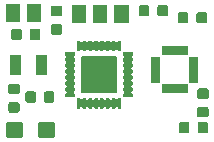
<source format=gbr>
G04 #@! TF.GenerationSoftware,KiCad,Pcbnew,(5.0.2)-1*
G04 #@! TF.CreationDate,2020-01-25T18:04:34+01:00*
G04 #@! TF.ProjectId,4.0,342e302e-6b69-4636-9164-5f7063625858,rev?*
G04 #@! TF.SameCoordinates,Original*
G04 #@! TF.FileFunction,Soldermask,Top*
G04 #@! TF.FilePolarity,Negative*
%FSLAX46Y46*%
G04 Gerber Fmt 4.6, Leading zero omitted, Abs format (unit mm)*
G04 Created by KiCad (PCBNEW (5.0.2)-1) date 01/25/20 18:04:34*
%MOMM*%
%LPD*%
G01*
G04 APERTURE LIST*
%ADD10C,0.100000*%
G04 APERTURE END LIST*
D10*
G36*
X121712002Y-97228884D02*
X121744023Y-97238598D01*
X121773535Y-97254372D01*
X121799401Y-97275599D01*
X121820628Y-97301465D01*
X121836402Y-97330977D01*
X121846116Y-97362998D01*
X121850000Y-97402436D01*
X121850000Y-98397564D01*
X121846116Y-98437002D01*
X121836402Y-98469023D01*
X121820628Y-98498535D01*
X121799401Y-98524401D01*
X121773535Y-98545628D01*
X121744023Y-98561402D01*
X121712002Y-98571116D01*
X121672564Y-98575000D01*
X120627436Y-98575000D01*
X120587998Y-98571116D01*
X120555977Y-98561402D01*
X120526465Y-98545628D01*
X120500599Y-98524401D01*
X120479372Y-98498535D01*
X120463598Y-98469023D01*
X120453884Y-98437002D01*
X120450000Y-98397564D01*
X120450000Y-97402436D01*
X120453884Y-97362998D01*
X120463598Y-97330977D01*
X120479372Y-97301465D01*
X120500599Y-97275599D01*
X120526465Y-97254372D01*
X120555977Y-97238598D01*
X120587998Y-97228884D01*
X120627436Y-97225000D01*
X121672564Y-97225000D01*
X121712002Y-97228884D01*
X121712002Y-97228884D01*
G37*
G36*
X119012002Y-97228884D02*
X119044023Y-97238598D01*
X119073535Y-97254372D01*
X119099401Y-97275599D01*
X119120628Y-97301465D01*
X119136402Y-97330977D01*
X119146116Y-97362998D01*
X119150000Y-97402436D01*
X119150000Y-98397564D01*
X119146116Y-98437002D01*
X119136402Y-98469023D01*
X119120628Y-98498535D01*
X119099401Y-98524401D01*
X119073535Y-98545628D01*
X119044023Y-98561402D01*
X119012002Y-98571116D01*
X118972564Y-98575000D01*
X117927436Y-98575000D01*
X117887998Y-98571116D01*
X117855977Y-98561402D01*
X117826465Y-98545628D01*
X117800599Y-98524401D01*
X117779372Y-98498535D01*
X117763598Y-98469023D01*
X117753884Y-98437002D01*
X117750000Y-98397564D01*
X117750000Y-97402436D01*
X117753884Y-97362998D01*
X117763598Y-97330977D01*
X117779372Y-97301465D01*
X117800599Y-97275599D01*
X117826465Y-97254372D01*
X117855977Y-97238598D01*
X117887998Y-97228884D01*
X117927436Y-97225000D01*
X118972564Y-97225000D01*
X119012002Y-97228884D01*
X119012002Y-97228884D01*
G37*
G36*
X133124116Y-97228595D02*
X133153313Y-97237452D01*
X133180218Y-97251833D01*
X133203808Y-97271192D01*
X133223167Y-97294782D01*
X133237548Y-97321687D01*
X133246405Y-97350884D01*
X133250000Y-97387390D01*
X133250000Y-98012610D01*
X133246405Y-98049116D01*
X133237548Y-98078313D01*
X133223167Y-98105218D01*
X133203808Y-98128808D01*
X133180218Y-98148167D01*
X133153313Y-98162548D01*
X133124116Y-98171405D01*
X133087610Y-98175000D01*
X132537390Y-98175000D01*
X132500884Y-98171405D01*
X132471687Y-98162548D01*
X132444782Y-98148167D01*
X132421192Y-98128808D01*
X132401833Y-98105218D01*
X132387452Y-98078313D01*
X132378595Y-98049116D01*
X132375000Y-98012610D01*
X132375000Y-97387390D01*
X132378595Y-97350884D01*
X132387452Y-97321687D01*
X132401833Y-97294782D01*
X132421192Y-97271192D01*
X132444782Y-97251833D01*
X132471687Y-97237452D01*
X132500884Y-97228595D01*
X132537390Y-97225000D01*
X133087610Y-97225000D01*
X133124116Y-97228595D01*
X133124116Y-97228595D01*
G37*
G36*
X134699116Y-97228595D02*
X134728313Y-97237452D01*
X134755218Y-97251833D01*
X134778808Y-97271192D01*
X134798167Y-97294782D01*
X134812548Y-97321687D01*
X134821405Y-97350884D01*
X134825000Y-97387390D01*
X134825000Y-98012610D01*
X134821405Y-98049116D01*
X134812548Y-98078313D01*
X134798167Y-98105218D01*
X134778808Y-98128808D01*
X134755218Y-98148167D01*
X134728313Y-98162548D01*
X134699116Y-98171405D01*
X134662610Y-98175000D01*
X134112390Y-98175000D01*
X134075884Y-98171405D01*
X134046687Y-98162548D01*
X134019782Y-98148167D01*
X133996192Y-98128808D01*
X133976833Y-98105218D01*
X133962452Y-98078313D01*
X133953595Y-98049116D01*
X133950000Y-98012610D01*
X133950000Y-97387390D01*
X133953595Y-97350884D01*
X133962452Y-97321687D01*
X133976833Y-97294782D01*
X133996192Y-97271192D01*
X134019782Y-97251833D01*
X134046687Y-97237452D01*
X134075884Y-97228595D01*
X134112390Y-97225000D01*
X134662610Y-97225000D01*
X134699116Y-97228595D01*
X134699116Y-97228595D01*
G37*
G36*
X134749116Y-95953595D02*
X134778313Y-95962452D01*
X134805218Y-95976833D01*
X134828808Y-95996192D01*
X134848167Y-96019782D01*
X134862548Y-96046687D01*
X134871405Y-96075884D01*
X134875000Y-96112390D01*
X134875000Y-96662610D01*
X134871405Y-96699116D01*
X134862548Y-96728313D01*
X134848167Y-96755218D01*
X134828808Y-96778808D01*
X134805218Y-96798167D01*
X134778313Y-96812548D01*
X134749116Y-96821405D01*
X134712610Y-96825000D01*
X134087390Y-96825000D01*
X134050884Y-96821405D01*
X134021687Y-96812548D01*
X133994782Y-96798167D01*
X133971192Y-96778808D01*
X133951833Y-96755218D01*
X133937452Y-96728313D01*
X133928595Y-96699116D01*
X133925000Y-96662610D01*
X133925000Y-96112390D01*
X133928595Y-96075884D01*
X133937452Y-96046687D01*
X133951833Y-96019782D01*
X133971192Y-95996192D01*
X133994782Y-95976833D01*
X134021687Y-95962452D01*
X134050884Y-95953595D01*
X134087390Y-95950000D01*
X134712610Y-95950000D01*
X134749116Y-95953595D01*
X134749116Y-95953595D01*
G37*
G36*
X118749116Y-95553595D02*
X118778313Y-95562452D01*
X118805218Y-95576833D01*
X118828808Y-95596192D01*
X118848167Y-95619782D01*
X118862548Y-95646687D01*
X118871405Y-95675884D01*
X118875000Y-95712390D01*
X118875000Y-96262610D01*
X118871405Y-96299116D01*
X118862548Y-96328313D01*
X118848167Y-96355218D01*
X118828808Y-96378808D01*
X118805218Y-96398167D01*
X118778313Y-96412548D01*
X118749116Y-96421405D01*
X118712610Y-96425000D01*
X118087390Y-96425000D01*
X118050884Y-96421405D01*
X118021687Y-96412548D01*
X117994782Y-96398167D01*
X117971192Y-96378808D01*
X117951833Y-96355218D01*
X117937452Y-96328313D01*
X117928595Y-96299116D01*
X117925000Y-96262610D01*
X117925000Y-95712390D01*
X117928595Y-95675884D01*
X117937452Y-95646687D01*
X117951833Y-95619782D01*
X117971192Y-95596192D01*
X117994782Y-95576833D01*
X118021687Y-95562452D01*
X118050884Y-95553595D01*
X118087390Y-95550000D01*
X118712610Y-95550000D01*
X118749116Y-95553595D01*
X118749116Y-95553595D01*
G37*
G36*
X123974449Y-95200551D02*
X123975602Y-95212253D01*
X123980383Y-95236287D01*
X123989760Y-95258925D01*
X124003374Y-95279300D01*
X124020702Y-95296627D01*
X124041076Y-95310241D01*
X124063715Y-95319618D01*
X124087749Y-95324398D01*
X124112253Y-95324398D01*
X124136287Y-95319617D01*
X124158925Y-95310240D01*
X124179300Y-95296626D01*
X124196627Y-95279298D01*
X124210241Y-95258924D01*
X124219618Y-95236285D01*
X124224398Y-95212253D01*
X124225551Y-95200551D01*
X124231141Y-95200000D01*
X124468859Y-95200000D01*
X124474449Y-95200551D01*
X124475602Y-95212253D01*
X124480383Y-95236287D01*
X124489760Y-95258925D01*
X124503374Y-95279300D01*
X124520702Y-95296627D01*
X124541076Y-95310241D01*
X124563715Y-95319618D01*
X124587749Y-95324398D01*
X124612253Y-95324398D01*
X124636287Y-95319617D01*
X124658925Y-95310240D01*
X124679300Y-95296626D01*
X124696627Y-95279298D01*
X124710241Y-95258924D01*
X124719618Y-95236285D01*
X124724398Y-95212253D01*
X124725551Y-95200551D01*
X124731141Y-95200000D01*
X124968859Y-95200000D01*
X124974449Y-95200551D01*
X124975602Y-95212253D01*
X124980383Y-95236287D01*
X124989760Y-95258925D01*
X125003374Y-95279300D01*
X125020702Y-95296627D01*
X125041076Y-95310241D01*
X125063715Y-95319618D01*
X125087749Y-95324398D01*
X125112253Y-95324398D01*
X125136287Y-95319617D01*
X125158925Y-95310240D01*
X125179300Y-95296626D01*
X125196627Y-95279298D01*
X125210241Y-95258924D01*
X125219618Y-95236285D01*
X125224398Y-95212253D01*
X125225551Y-95200551D01*
X125231141Y-95200000D01*
X125468859Y-95200000D01*
X125474449Y-95200551D01*
X125475602Y-95212253D01*
X125480383Y-95236287D01*
X125489760Y-95258925D01*
X125503374Y-95279300D01*
X125520702Y-95296627D01*
X125541076Y-95310241D01*
X125563715Y-95319618D01*
X125587749Y-95324398D01*
X125612253Y-95324398D01*
X125636287Y-95319617D01*
X125658925Y-95310240D01*
X125679300Y-95296626D01*
X125696627Y-95279298D01*
X125710241Y-95258924D01*
X125719618Y-95236285D01*
X125724398Y-95212253D01*
X125725551Y-95200551D01*
X125731141Y-95200000D01*
X125968859Y-95200000D01*
X125974449Y-95200551D01*
X125975602Y-95212253D01*
X125980383Y-95236287D01*
X125989760Y-95258925D01*
X126003374Y-95279300D01*
X126020702Y-95296627D01*
X126041076Y-95310241D01*
X126063715Y-95319618D01*
X126087749Y-95324398D01*
X126112253Y-95324398D01*
X126136287Y-95319617D01*
X126158925Y-95310240D01*
X126179300Y-95296626D01*
X126196627Y-95279298D01*
X126210241Y-95258924D01*
X126219618Y-95236285D01*
X126224398Y-95212253D01*
X126225551Y-95200551D01*
X126231141Y-95200000D01*
X126468859Y-95200000D01*
X126474449Y-95200551D01*
X126475602Y-95212253D01*
X126480383Y-95236287D01*
X126489760Y-95258925D01*
X126503374Y-95279300D01*
X126520702Y-95296627D01*
X126541076Y-95310241D01*
X126563715Y-95319618D01*
X126587749Y-95324398D01*
X126612253Y-95324398D01*
X126636287Y-95319617D01*
X126658925Y-95310240D01*
X126679300Y-95296626D01*
X126696627Y-95279298D01*
X126710241Y-95258924D01*
X126719618Y-95236285D01*
X126724398Y-95212253D01*
X126725551Y-95200551D01*
X126731141Y-95200000D01*
X126968859Y-95200000D01*
X126974449Y-95200551D01*
X126975602Y-95212253D01*
X126980383Y-95236287D01*
X126989760Y-95258925D01*
X127003374Y-95279300D01*
X127020702Y-95296627D01*
X127041076Y-95310241D01*
X127063715Y-95319618D01*
X127087749Y-95324398D01*
X127112253Y-95324398D01*
X127136287Y-95319617D01*
X127158925Y-95310240D01*
X127179300Y-95296626D01*
X127196627Y-95279298D01*
X127210241Y-95258924D01*
X127219618Y-95236285D01*
X127224398Y-95212253D01*
X127225551Y-95200551D01*
X127231141Y-95200000D01*
X127475000Y-95200000D01*
X127475000Y-96068859D01*
X127474449Y-96074449D01*
X127468859Y-96075000D01*
X127231141Y-96075000D01*
X127225551Y-96074449D01*
X127224398Y-96062747D01*
X127219617Y-96038713D01*
X127210240Y-96016075D01*
X127196626Y-95995700D01*
X127179298Y-95978373D01*
X127158924Y-95964759D01*
X127136285Y-95955382D01*
X127112251Y-95950602D01*
X127087747Y-95950602D01*
X127063713Y-95955383D01*
X127041075Y-95964760D01*
X127020700Y-95978374D01*
X127003373Y-95995702D01*
X126989759Y-96016076D01*
X126980382Y-96038715D01*
X126975602Y-96062747D01*
X126974449Y-96074449D01*
X126968859Y-96075000D01*
X126731141Y-96075000D01*
X126725551Y-96074449D01*
X126724398Y-96062747D01*
X126719617Y-96038713D01*
X126710240Y-96016075D01*
X126696626Y-95995700D01*
X126679298Y-95978373D01*
X126658924Y-95964759D01*
X126636285Y-95955382D01*
X126612251Y-95950602D01*
X126587747Y-95950602D01*
X126563713Y-95955383D01*
X126541075Y-95964760D01*
X126520700Y-95978374D01*
X126503373Y-95995702D01*
X126489759Y-96016076D01*
X126480382Y-96038715D01*
X126475602Y-96062747D01*
X126474449Y-96074449D01*
X126468859Y-96075000D01*
X126231141Y-96075000D01*
X126225551Y-96074449D01*
X126224398Y-96062747D01*
X126219617Y-96038713D01*
X126210240Y-96016075D01*
X126196626Y-95995700D01*
X126179298Y-95978373D01*
X126158924Y-95964759D01*
X126136285Y-95955382D01*
X126112251Y-95950602D01*
X126087747Y-95950602D01*
X126063713Y-95955383D01*
X126041075Y-95964760D01*
X126020700Y-95978374D01*
X126003373Y-95995702D01*
X125989759Y-96016076D01*
X125980382Y-96038715D01*
X125975602Y-96062747D01*
X125974449Y-96074449D01*
X125968859Y-96075000D01*
X125731141Y-96075000D01*
X125725551Y-96074449D01*
X125724398Y-96062747D01*
X125719617Y-96038713D01*
X125710240Y-96016075D01*
X125696626Y-95995700D01*
X125679298Y-95978373D01*
X125658924Y-95964759D01*
X125636285Y-95955382D01*
X125612251Y-95950602D01*
X125587747Y-95950602D01*
X125563713Y-95955383D01*
X125541075Y-95964760D01*
X125520700Y-95978374D01*
X125503373Y-95995702D01*
X125489759Y-96016076D01*
X125480382Y-96038715D01*
X125475602Y-96062747D01*
X125474449Y-96074449D01*
X125468859Y-96075000D01*
X125231141Y-96075000D01*
X125225551Y-96074449D01*
X125224398Y-96062747D01*
X125219617Y-96038713D01*
X125210240Y-96016075D01*
X125196626Y-95995700D01*
X125179298Y-95978373D01*
X125158924Y-95964759D01*
X125136285Y-95955382D01*
X125112251Y-95950602D01*
X125087747Y-95950602D01*
X125063713Y-95955383D01*
X125041075Y-95964760D01*
X125020700Y-95978374D01*
X125003373Y-95995702D01*
X124989759Y-96016076D01*
X124980382Y-96038715D01*
X124975602Y-96062747D01*
X124974449Y-96074449D01*
X124968859Y-96075000D01*
X124731141Y-96075000D01*
X124725551Y-96074449D01*
X124724398Y-96062747D01*
X124719617Y-96038713D01*
X124710240Y-96016075D01*
X124696626Y-95995700D01*
X124679298Y-95978373D01*
X124658924Y-95964759D01*
X124636285Y-95955382D01*
X124612251Y-95950602D01*
X124587747Y-95950602D01*
X124563713Y-95955383D01*
X124541075Y-95964760D01*
X124520700Y-95978374D01*
X124503373Y-95995702D01*
X124489759Y-96016076D01*
X124480382Y-96038715D01*
X124475602Y-96062747D01*
X124474449Y-96074449D01*
X124468859Y-96075000D01*
X124231141Y-96075000D01*
X124225551Y-96074449D01*
X124224398Y-96062747D01*
X124219617Y-96038713D01*
X124210240Y-96016075D01*
X124196626Y-95995700D01*
X124179298Y-95978373D01*
X124158924Y-95964759D01*
X124136285Y-95955382D01*
X124112251Y-95950602D01*
X124087747Y-95950602D01*
X124063713Y-95955383D01*
X124041075Y-95964760D01*
X124020700Y-95978374D01*
X124003373Y-95995702D01*
X123989759Y-96016076D01*
X123980382Y-96038715D01*
X123975602Y-96062747D01*
X123974449Y-96074449D01*
X123968859Y-96075000D01*
X123731141Y-96075000D01*
X123725551Y-96074449D01*
X123725000Y-96068859D01*
X123725000Y-95200000D01*
X123968859Y-95200000D01*
X123974449Y-95200551D01*
X123974449Y-95200551D01*
G37*
G36*
X120124116Y-94628595D02*
X120153313Y-94637452D01*
X120180218Y-94651833D01*
X120203808Y-94671192D01*
X120223167Y-94694782D01*
X120237548Y-94721687D01*
X120246405Y-94750884D01*
X120250000Y-94787390D01*
X120250000Y-95412610D01*
X120246405Y-95449116D01*
X120237548Y-95478313D01*
X120223167Y-95505218D01*
X120203808Y-95528808D01*
X120180218Y-95548167D01*
X120153313Y-95562548D01*
X120124116Y-95571405D01*
X120087610Y-95575000D01*
X119537390Y-95575000D01*
X119500884Y-95571405D01*
X119471687Y-95562548D01*
X119444782Y-95548167D01*
X119421192Y-95528808D01*
X119401833Y-95505218D01*
X119387452Y-95478313D01*
X119378595Y-95449116D01*
X119375000Y-95412610D01*
X119375000Y-94787390D01*
X119378595Y-94750884D01*
X119387452Y-94721687D01*
X119401833Y-94694782D01*
X119421192Y-94671192D01*
X119444782Y-94651833D01*
X119471687Y-94637452D01*
X119500884Y-94628595D01*
X119537390Y-94625000D01*
X120087610Y-94625000D01*
X120124116Y-94628595D01*
X120124116Y-94628595D01*
G37*
G36*
X121699116Y-94628595D02*
X121728313Y-94637452D01*
X121755218Y-94651833D01*
X121778808Y-94671192D01*
X121798167Y-94694782D01*
X121812548Y-94721687D01*
X121821405Y-94750884D01*
X121825000Y-94787390D01*
X121825000Y-95412610D01*
X121821405Y-95449116D01*
X121812548Y-95478313D01*
X121798167Y-95505218D01*
X121778808Y-95528808D01*
X121755218Y-95548167D01*
X121728313Y-95562548D01*
X121699116Y-95571405D01*
X121662610Y-95575000D01*
X121112390Y-95575000D01*
X121075884Y-95571405D01*
X121046687Y-95562548D01*
X121019782Y-95548167D01*
X120996192Y-95528808D01*
X120976833Y-95505218D01*
X120962452Y-95478313D01*
X120953595Y-95449116D01*
X120950000Y-95412610D01*
X120950000Y-94787390D01*
X120953595Y-94750884D01*
X120962452Y-94721687D01*
X120976833Y-94694782D01*
X120996192Y-94671192D01*
X121019782Y-94651833D01*
X121046687Y-94637452D01*
X121075884Y-94628595D01*
X121112390Y-94625000D01*
X121662610Y-94625000D01*
X121699116Y-94628595D01*
X121699116Y-94628595D01*
G37*
G36*
X134749116Y-94378595D02*
X134778313Y-94387452D01*
X134805218Y-94401833D01*
X134828808Y-94421192D01*
X134848167Y-94444782D01*
X134862548Y-94471687D01*
X134871405Y-94500884D01*
X134875000Y-94537390D01*
X134875000Y-95087610D01*
X134871405Y-95124116D01*
X134862548Y-95153313D01*
X134848167Y-95180218D01*
X134828808Y-95203808D01*
X134805218Y-95223167D01*
X134778313Y-95237548D01*
X134749116Y-95246405D01*
X134712610Y-95250000D01*
X134087390Y-95250000D01*
X134050884Y-95246405D01*
X134021687Y-95237548D01*
X133994782Y-95223167D01*
X133971192Y-95203808D01*
X133951833Y-95180218D01*
X133937452Y-95153313D01*
X133928595Y-95124116D01*
X133925000Y-95087610D01*
X133925000Y-94537390D01*
X133928595Y-94500884D01*
X133937452Y-94471687D01*
X133951833Y-94444782D01*
X133971192Y-94421192D01*
X133994782Y-94401833D01*
X134021687Y-94387452D01*
X134050884Y-94378595D01*
X134087390Y-94375000D01*
X134712610Y-94375000D01*
X134749116Y-94378595D01*
X134749116Y-94378595D01*
G37*
G36*
X123600000Y-91568859D02*
X123599449Y-91574449D01*
X123587747Y-91575602D01*
X123563713Y-91580383D01*
X123541075Y-91589760D01*
X123520700Y-91603374D01*
X123503373Y-91620702D01*
X123489759Y-91641076D01*
X123480382Y-91663715D01*
X123475602Y-91687749D01*
X123475602Y-91712253D01*
X123480383Y-91736287D01*
X123489760Y-91758925D01*
X123503374Y-91779300D01*
X123520702Y-91796627D01*
X123541076Y-91810241D01*
X123563715Y-91819618D01*
X123587747Y-91824398D01*
X123599449Y-91825551D01*
X123600000Y-91831141D01*
X123600000Y-92068859D01*
X123599449Y-92074449D01*
X123587747Y-92075602D01*
X123563713Y-92080383D01*
X123541075Y-92089760D01*
X123520700Y-92103374D01*
X123503373Y-92120702D01*
X123489759Y-92141076D01*
X123480382Y-92163715D01*
X123475602Y-92187749D01*
X123475602Y-92212253D01*
X123480383Y-92236287D01*
X123489760Y-92258925D01*
X123503374Y-92279300D01*
X123520702Y-92296627D01*
X123541076Y-92310241D01*
X123563715Y-92319618D01*
X123587747Y-92324398D01*
X123599449Y-92325551D01*
X123600000Y-92331141D01*
X123600000Y-92568859D01*
X123599449Y-92574449D01*
X123587747Y-92575602D01*
X123563713Y-92580383D01*
X123541075Y-92589760D01*
X123520700Y-92603374D01*
X123503373Y-92620702D01*
X123489759Y-92641076D01*
X123480382Y-92663715D01*
X123475602Y-92687749D01*
X123475602Y-92712253D01*
X123480383Y-92736287D01*
X123489760Y-92758925D01*
X123503374Y-92779300D01*
X123520702Y-92796627D01*
X123541076Y-92810241D01*
X123563715Y-92819618D01*
X123587747Y-92824398D01*
X123599449Y-92825551D01*
X123600000Y-92831141D01*
X123600000Y-93068859D01*
X123599449Y-93074449D01*
X123587747Y-93075602D01*
X123563713Y-93080383D01*
X123541075Y-93089760D01*
X123520700Y-93103374D01*
X123503373Y-93120702D01*
X123489759Y-93141076D01*
X123480382Y-93163715D01*
X123475602Y-93187749D01*
X123475602Y-93212253D01*
X123480383Y-93236287D01*
X123489760Y-93258925D01*
X123503374Y-93279300D01*
X123520702Y-93296627D01*
X123541076Y-93310241D01*
X123563715Y-93319618D01*
X123587747Y-93324398D01*
X123599449Y-93325551D01*
X123600000Y-93331141D01*
X123600000Y-93568859D01*
X123599449Y-93574449D01*
X123587747Y-93575602D01*
X123563713Y-93580383D01*
X123541075Y-93589760D01*
X123520700Y-93603374D01*
X123503373Y-93620702D01*
X123489759Y-93641076D01*
X123480382Y-93663715D01*
X123475602Y-93687749D01*
X123475602Y-93712253D01*
X123480383Y-93736287D01*
X123489760Y-93758925D01*
X123503374Y-93779300D01*
X123520702Y-93796627D01*
X123541076Y-93810241D01*
X123563715Y-93819618D01*
X123587747Y-93824398D01*
X123599449Y-93825551D01*
X123600000Y-93831141D01*
X123600000Y-94068859D01*
X123599449Y-94074449D01*
X123587747Y-94075602D01*
X123563713Y-94080383D01*
X123541075Y-94089760D01*
X123520700Y-94103374D01*
X123503373Y-94120702D01*
X123489759Y-94141076D01*
X123480382Y-94163715D01*
X123475602Y-94187749D01*
X123475602Y-94212253D01*
X123480383Y-94236287D01*
X123489760Y-94258925D01*
X123503374Y-94279300D01*
X123520702Y-94296627D01*
X123541076Y-94310241D01*
X123563715Y-94319618D01*
X123587747Y-94324398D01*
X123599449Y-94325551D01*
X123600000Y-94331141D01*
X123600000Y-94568859D01*
X123599449Y-94574449D01*
X123587747Y-94575602D01*
X123563713Y-94580383D01*
X123541075Y-94589760D01*
X123520700Y-94603374D01*
X123503373Y-94620702D01*
X123489759Y-94641076D01*
X123480382Y-94663715D01*
X123475602Y-94687749D01*
X123475602Y-94712253D01*
X123480383Y-94736287D01*
X123489760Y-94758925D01*
X123503374Y-94779300D01*
X123520702Y-94796627D01*
X123541076Y-94810241D01*
X123563715Y-94819618D01*
X123587747Y-94824398D01*
X123599449Y-94825551D01*
X123600000Y-94831141D01*
X123600000Y-95075000D01*
X122731141Y-95075000D01*
X122725551Y-95074449D01*
X122725000Y-95068859D01*
X122725000Y-94831141D01*
X122725551Y-94825551D01*
X122737253Y-94824398D01*
X122761287Y-94819617D01*
X122783925Y-94810240D01*
X122804300Y-94796626D01*
X122821627Y-94779298D01*
X122835241Y-94758924D01*
X122844618Y-94736285D01*
X122849398Y-94712251D01*
X122849398Y-94687747D01*
X122844617Y-94663713D01*
X122835240Y-94641075D01*
X122821626Y-94620700D01*
X122804298Y-94603373D01*
X122783924Y-94589759D01*
X122761285Y-94580382D01*
X122737253Y-94575602D01*
X122725551Y-94574449D01*
X122725000Y-94568859D01*
X122725000Y-94331141D01*
X122725551Y-94325551D01*
X122737253Y-94324398D01*
X122761287Y-94319617D01*
X122783925Y-94310240D01*
X122804300Y-94296626D01*
X122821627Y-94279298D01*
X122835241Y-94258924D01*
X122844618Y-94236285D01*
X122849398Y-94212251D01*
X122849398Y-94187747D01*
X122844617Y-94163713D01*
X122835240Y-94141075D01*
X122821626Y-94120700D01*
X122804298Y-94103373D01*
X122783924Y-94089759D01*
X122761285Y-94080382D01*
X122737253Y-94075602D01*
X122725551Y-94074449D01*
X122725000Y-94068859D01*
X122725000Y-93831141D01*
X122725551Y-93825551D01*
X122737253Y-93824398D01*
X122761287Y-93819617D01*
X122783925Y-93810240D01*
X122804300Y-93796626D01*
X122821627Y-93779298D01*
X122835241Y-93758924D01*
X122844618Y-93736285D01*
X122849398Y-93712251D01*
X122849398Y-93687747D01*
X122844617Y-93663713D01*
X122835240Y-93641075D01*
X122821626Y-93620700D01*
X122804298Y-93603373D01*
X122783924Y-93589759D01*
X122761285Y-93580382D01*
X122737253Y-93575602D01*
X122725551Y-93574449D01*
X122725000Y-93568859D01*
X122725000Y-93331141D01*
X122725551Y-93325551D01*
X122737253Y-93324398D01*
X122761287Y-93319617D01*
X122783925Y-93310240D01*
X122804300Y-93296626D01*
X122821627Y-93279298D01*
X122835241Y-93258924D01*
X122844618Y-93236285D01*
X122849398Y-93212251D01*
X122849398Y-93187747D01*
X122844617Y-93163713D01*
X122835240Y-93141075D01*
X122821626Y-93120700D01*
X122804298Y-93103373D01*
X122783924Y-93089759D01*
X122761285Y-93080382D01*
X122737253Y-93075602D01*
X122725551Y-93074449D01*
X122725000Y-93068859D01*
X122725000Y-92831141D01*
X122725551Y-92825551D01*
X122737253Y-92824398D01*
X122761287Y-92819617D01*
X122783925Y-92810240D01*
X122804300Y-92796626D01*
X122821627Y-92779298D01*
X122835241Y-92758924D01*
X122844618Y-92736285D01*
X122849398Y-92712251D01*
X122849398Y-92687747D01*
X122844617Y-92663713D01*
X122835240Y-92641075D01*
X122821626Y-92620700D01*
X122804298Y-92603373D01*
X122783924Y-92589759D01*
X122761285Y-92580382D01*
X122737253Y-92575602D01*
X122725551Y-92574449D01*
X122725000Y-92568859D01*
X122725000Y-92331141D01*
X122725551Y-92325551D01*
X122737253Y-92324398D01*
X122761287Y-92319617D01*
X122783925Y-92310240D01*
X122804300Y-92296626D01*
X122821627Y-92279298D01*
X122835241Y-92258924D01*
X122844618Y-92236285D01*
X122849398Y-92212251D01*
X122849398Y-92187747D01*
X122844617Y-92163713D01*
X122835240Y-92141075D01*
X122821626Y-92120700D01*
X122804298Y-92103373D01*
X122783924Y-92089759D01*
X122761285Y-92080382D01*
X122737253Y-92075602D01*
X122725551Y-92074449D01*
X122725000Y-92068859D01*
X122725000Y-91831141D01*
X122725551Y-91825551D01*
X122737253Y-91824398D01*
X122761287Y-91819617D01*
X122783925Y-91810240D01*
X122804300Y-91796626D01*
X122821627Y-91779298D01*
X122835241Y-91758924D01*
X122844618Y-91736285D01*
X122849398Y-91712251D01*
X122849398Y-91687747D01*
X122844617Y-91663713D01*
X122835240Y-91641075D01*
X122821626Y-91620700D01*
X122804298Y-91603373D01*
X122783924Y-91589759D01*
X122761285Y-91580382D01*
X122737253Y-91575602D01*
X122725551Y-91574449D01*
X122725000Y-91568859D01*
X122725000Y-91331141D01*
X122725551Y-91325551D01*
X122731141Y-91325000D01*
X123600000Y-91325000D01*
X123600000Y-91568859D01*
X123600000Y-91568859D01*
G37*
G36*
X128474449Y-91325551D02*
X128475000Y-91331141D01*
X128475000Y-91568859D01*
X128474449Y-91574449D01*
X128462747Y-91575602D01*
X128438713Y-91580383D01*
X128416075Y-91589760D01*
X128395700Y-91603374D01*
X128378373Y-91620702D01*
X128364759Y-91641076D01*
X128355382Y-91663715D01*
X128350602Y-91687749D01*
X128350602Y-91712253D01*
X128355383Y-91736287D01*
X128364760Y-91758925D01*
X128378374Y-91779300D01*
X128395702Y-91796627D01*
X128416076Y-91810241D01*
X128438715Y-91819618D01*
X128462747Y-91824398D01*
X128474449Y-91825551D01*
X128475000Y-91831141D01*
X128475000Y-92068859D01*
X128474449Y-92074449D01*
X128462747Y-92075602D01*
X128438713Y-92080383D01*
X128416075Y-92089760D01*
X128395700Y-92103374D01*
X128378373Y-92120702D01*
X128364759Y-92141076D01*
X128355382Y-92163715D01*
X128350602Y-92187749D01*
X128350602Y-92212253D01*
X128355383Y-92236287D01*
X128364760Y-92258925D01*
X128378374Y-92279300D01*
X128395702Y-92296627D01*
X128416076Y-92310241D01*
X128438715Y-92319618D01*
X128462747Y-92324398D01*
X128474449Y-92325551D01*
X128475000Y-92331141D01*
X128475000Y-92568859D01*
X128474449Y-92574449D01*
X128462747Y-92575602D01*
X128438713Y-92580383D01*
X128416075Y-92589760D01*
X128395700Y-92603374D01*
X128378373Y-92620702D01*
X128364759Y-92641076D01*
X128355382Y-92663715D01*
X128350602Y-92687749D01*
X128350602Y-92712253D01*
X128355383Y-92736287D01*
X128364760Y-92758925D01*
X128378374Y-92779300D01*
X128395702Y-92796627D01*
X128416076Y-92810241D01*
X128438715Y-92819618D01*
X128462747Y-92824398D01*
X128474449Y-92825551D01*
X128475000Y-92831141D01*
X128475000Y-93068859D01*
X128474449Y-93074449D01*
X128462747Y-93075602D01*
X128438713Y-93080383D01*
X128416075Y-93089760D01*
X128395700Y-93103374D01*
X128378373Y-93120702D01*
X128364759Y-93141076D01*
X128355382Y-93163715D01*
X128350602Y-93187749D01*
X128350602Y-93212253D01*
X128355383Y-93236287D01*
X128364760Y-93258925D01*
X128378374Y-93279300D01*
X128395702Y-93296627D01*
X128416076Y-93310241D01*
X128438715Y-93319618D01*
X128462747Y-93324398D01*
X128474449Y-93325551D01*
X128475000Y-93331141D01*
X128475000Y-93568859D01*
X128474449Y-93574449D01*
X128462747Y-93575602D01*
X128438713Y-93580383D01*
X128416075Y-93589760D01*
X128395700Y-93603374D01*
X128378373Y-93620702D01*
X128364759Y-93641076D01*
X128355382Y-93663715D01*
X128350602Y-93687749D01*
X128350602Y-93712253D01*
X128355383Y-93736287D01*
X128364760Y-93758925D01*
X128378374Y-93779300D01*
X128395702Y-93796627D01*
X128416076Y-93810241D01*
X128438715Y-93819618D01*
X128462747Y-93824398D01*
X128474449Y-93825551D01*
X128475000Y-93831141D01*
X128475000Y-94068859D01*
X128474449Y-94074449D01*
X128462747Y-94075602D01*
X128438713Y-94080383D01*
X128416075Y-94089760D01*
X128395700Y-94103374D01*
X128378373Y-94120702D01*
X128364759Y-94141076D01*
X128355382Y-94163715D01*
X128350602Y-94187749D01*
X128350602Y-94212253D01*
X128355383Y-94236287D01*
X128364760Y-94258925D01*
X128378374Y-94279300D01*
X128395702Y-94296627D01*
X128416076Y-94310241D01*
X128438715Y-94319618D01*
X128462747Y-94324398D01*
X128474449Y-94325551D01*
X128475000Y-94331141D01*
X128475000Y-94568859D01*
X128474449Y-94574449D01*
X128462747Y-94575602D01*
X128438713Y-94580383D01*
X128416075Y-94589760D01*
X128395700Y-94603374D01*
X128378373Y-94620702D01*
X128364759Y-94641076D01*
X128355382Y-94663715D01*
X128350602Y-94687749D01*
X128350602Y-94712253D01*
X128355383Y-94736287D01*
X128364760Y-94758925D01*
X128378374Y-94779300D01*
X128395702Y-94796627D01*
X128416076Y-94810241D01*
X128438715Y-94819618D01*
X128462747Y-94824398D01*
X128474449Y-94825551D01*
X128475000Y-94831141D01*
X128475000Y-95068859D01*
X128474449Y-95074449D01*
X128468859Y-95075000D01*
X127600000Y-95075000D01*
X127600000Y-94831141D01*
X127600551Y-94825551D01*
X127612253Y-94824398D01*
X127636287Y-94819617D01*
X127658925Y-94810240D01*
X127679300Y-94796626D01*
X127696627Y-94779298D01*
X127710241Y-94758924D01*
X127719618Y-94736285D01*
X127724398Y-94712251D01*
X127724398Y-94687747D01*
X127719617Y-94663713D01*
X127710240Y-94641075D01*
X127696626Y-94620700D01*
X127679298Y-94603373D01*
X127658924Y-94589759D01*
X127636285Y-94580382D01*
X127612253Y-94575602D01*
X127600551Y-94574449D01*
X127600000Y-94568859D01*
X127600000Y-94331141D01*
X127600551Y-94325551D01*
X127612253Y-94324398D01*
X127636287Y-94319617D01*
X127658925Y-94310240D01*
X127679300Y-94296626D01*
X127696627Y-94279298D01*
X127710241Y-94258924D01*
X127719618Y-94236285D01*
X127724398Y-94212251D01*
X127724398Y-94187747D01*
X127719617Y-94163713D01*
X127710240Y-94141075D01*
X127696626Y-94120700D01*
X127679298Y-94103373D01*
X127658924Y-94089759D01*
X127636285Y-94080382D01*
X127612253Y-94075602D01*
X127600551Y-94074449D01*
X127600000Y-94068859D01*
X127600000Y-93831141D01*
X127600551Y-93825551D01*
X127612253Y-93824398D01*
X127636287Y-93819617D01*
X127658925Y-93810240D01*
X127679300Y-93796626D01*
X127696627Y-93779298D01*
X127710241Y-93758924D01*
X127719618Y-93736285D01*
X127724398Y-93712251D01*
X127724398Y-93687747D01*
X127719617Y-93663713D01*
X127710240Y-93641075D01*
X127696626Y-93620700D01*
X127679298Y-93603373D01*
X127658924Y-93589759D01*
X127636285Y-93580382D01*
X127612253Y-93575602D01*
X127600551Y-93574449D01*
X127600000Y-93568859D01*
X127600000Y-93331141D01*
X127600551Y-93325551D01*
X127612253Y-93324398D01*
X127636287Y-93319617D01*
X127658925Y-93310240D01*
X127679300Y-93296626D01*
X127696627Y-93279298D01*
X127710241Y-93258924D01*
X127719618Y-93236285D01*
X127724398Y-93212251D01*
X127724398Y-93187747D01*
X127719617Y-93163713D01*
X127710240Y-93141075D01*
X127696626Y-93120700D01*
X127679298Y-93103373D01*
X127658924Y-93089759D01*
X127636285Y-93080382D01*
X127612253Y-93075602D01*
X127600551Y-93074449D01*
X127600000Y-93068859D01*
X127600000Y-92831141D01*
X127600551Y-92825551D01*
X127612253Y-92824398D01*
X127636287Y-92819617D01*
X127658925Y-92810240D01*
X127679300Y-92796626D01*
X127696627Y-92779298D01*
X127710241Y-92758924D01*
X127719618Y-92736285D01*
X127724398Y-92712251D01*
X127724398Y-92687747D01*
X127719617Y-92663713D01*
X127710240Y-92641075D01*
X127696626Y-92620700D01*
X127679298Y-92603373D01*
X127658924Y-92589759D01*
X127636285Y-92580382D01*
X127612253Y-92575602D01*
X127600551Y-92574449D01*
X127600000Y-92568859D01*
X127600000Y-92331141D01*
X127600551Y-92325551D01*
X127612253Y-92324398D01*
X127636287Y-92319617D01*
X127658925Y-92310240D01*
X127679300Y-92296626D01*
X127696627Y-92279298D01*
X127710241Y-92258924D01*
X127719618Y-92236285D01*
X127724398Y-92212251D01*
X127724398Y-92187747D01*
X127719617Y-92163713D01*
X127710240Y-92141075D01*
X127696626Y-92120700D01*
X127679298Y-92103373D01*
X127658924Y-92089759D01*
X127636285Y-92080382D01*
X127612253Y-92075602D01*
X127600551Y-92074449D01*
X127600000Y-92068859D01*
X127600000Y-91831141D01*
X127600551Y-91825551D01*
X127612253Y-91824398D01*
X127636287Y-91819617D01*
X127658925Y-91810240D01*
X127679300Y-91796626D01*
X127696627Y-91779298D01*
X127710241Y-91758924D01*
X127719618Y-91736285D01*
X127724398Y-91712251D01*
X127724398Y-91687747D01*
X127719617Y-91663713D01*
X127710240Y-91641075D01*
X127696626Y-91620700D01*
X127679298Y-91603373D01*
X127658924Y-91589759D01*
X127636285Y-91580382D01*
X127612253Y-91575602D01*
X127600551Y-91574449D01*
X127600000Y-91568859D01*
X127600000Y-91325000D01*
X128468859Y-91325000D01*
X128474449Y-91325551D01*
X128474449Y-91325551D01*
G37*
G36*
X118749116Y-93978595D02*
X118778313Y-93987452D01*
X118805218Y-94001833D01*
X118828808Y-94021192D01*
X118848167Y-94044782D01*
X118862548Y-94071687D01*
X118871405Y-94100884D01*
X118875000Y-94137390D01*
X118875000Y-94687610D01*
X118871405Y-94724116D01*
X118862548Y-94753313D01*
X118848167Y-94780218D01*
X118828808Y-94803808D01*
X118805218Y-94823167D01*
X118778313Y-94837548D01*
X118749116Y-94846405D01*
X118712610Y-94850000D01*
X118087390Y-94850000D01*
X118050884Y-94846405D01*
X118021687Y-94837548D01*
X117994782Y-94823167D01*
X117971192Y-94803808D01*
X117951833Y-94780218D01*
X117937452Y-94753313D01*
X117928595Y-94724116D01*
X117925000Y-94687610D01*
X117925000Y-94137390D01*
X117928595Y-94100884D01*
X117937452Y-94071687D01*
X117951833Y-94044782D01*
X117971192Y-94021192D01*
X117994782Y-94001833D01*
X118021687Y-93987452D01*
X118050884Y-93978595D01*
X118087390Y-93975000D01*
X118712610Y-93975000D01*
X118749116Y-93978595D01*
X118749116Y-93978595D01*
G37*
G36*
X133100000Y-94775000D02*
X130900000Y-94775000D01*
X130900000Y-94025000D01*
X133100000Y-94025000D01*
X133100000Y-94775000D01*
X133100000Y-94775000D01*
G37*
G36*
X127033043Y-91653382D02*
X127060155Y-91661607D01*
X127085154Y-91674969D01*
X127107056Y-91692944D01*
X127125031Y-91714846D01*
X127138393Y-91739845D01*
X127146618Y-91766957D01*
X127150000Y-91801300D01*
X127150000Y-94598700D01*
X127146618Y-94633043D01*
X127138393Y-94660155D01*
X127125031Y-94685154D01*
X127107056Y-94707056D01*
X127085154Y-94725031D01*
X127060155Y-94738393D01*
X127033043Y-94746618D01*
X126998700Y-94750000D01*
X124201300Y-94750000D01*
X124166957Y-94746618D01*
X124139845Y-94738393D01*
X124114846Y-94725031D01*
X124092944Y-94707056D01*
X124074969Y-94685154D01*
X124061607Y-94660155D01*
X124053382Y-94633043D01*
X124050000Y-94598700D01*
X124050000Y-91801300D01*
X124053382Y-91766957D01*
X124061607Y-91739845D01*
X124074969Y-91714846D01*
X124092944Y-91692944D01*
X124114846Y-91674969D01*
X124139845Y-91661607D01*
X124166957Y-91653382D01*
X124201300Y-91650000D01*
X126998700Y-91650000D01*
X127033043Y-91653382D01*
X127033043Y-91653382D01*
G37*
G36*
X133975000Y-93900000D02*
X133225000Y-93900000D01*
X133225000Y-91700000D01*
X133975000Y-91700000D01*
X133975000Y-93900000D01*
X133975000Y-93900000D01*
G37*
G36*
X130775000Y-93900000D02*
X130025000Y-93900000D01*
X130025000Y-91700000D01*
X130775000Y-91700000D01*
X130775000Y-93900000D01*
X130775000Y-93900000D01*
G37*
G36*
X121175000Y-93275000D02*
X120225000Y-93275000D01*
X120225000Y-91525000D01*
X121175000Y-91525000D01*
X121175000Y-93275000D01*
X121175000Y-93275000D01*
G37*
G36*
X118975000Y-93275000D02*
X118025000Y-93275000D01*
X118025000Y-91525000D01*
X118975000Y-91525000D01*
X118975000Y-93275000D01*
X118975000Y-93275000D01*
G37*
G36*
X133100000Y-91575000D02*
X130900000Y-91575000D01*
X130900000Y-90825000D01*
X133100000Y-90825000D01*
X133100000Y-91575000D01*
X133100000Y-91575000D01*
G37*
G36*
X123974449Y-90325551D02*
X123975602Y-90337253D01*
X123980383Y-90361287D01*
X123989760Y-90383925D01*
X124003374Y-90404300D01*
X124020702Y-90421627D01*
X124041076Y-90435241D01*
X124063715Y-90444618D01*
X124087749Y-90449398D01*
X124112253Y-90449398D01*
X124136287Y-90444617D01*
X124158925Y-90435240D01*
X124179300Y-90421626D01*
X124196627Y-90404298D01*
X124210241Y-90383924D01*
X124219618Y-90361285D01*
X124224398Y-90337253D01*
X124225551Y-90325551D01*
X124231141Y-90325000D01*
X124468859Y-90325000D01*
X124474449Y-90325551D01*
X124475602Y-90337253D01*
X124480383Y-90361287D01*
X124489760Y-90383925D01*
X124503374Y-90404300D01*
X124520702Y-90421627D01*
X124541076Y-90435241D01*
X124563715Y-90444618D01*
X124587749Y-90449398D01*
X124612253Y-90449398D01*
X124636287Y-90444617D01*
X124658925Y-90435240D01*
X124679300Y-90421626D01*
X124696627Y-90404298D01*
X124710241Y-90383924D01*
X124719618Y-90361285D01*
X124724398Y-90337253D01*
X124725551Y-90325551D01*
X124731141Y-90325000D01*
X124968859Y-90325000D01*
X124974449Y-90325551D01*
X124975602Y-90337253D01*
X124980383Y-90361287D01*
X124989760Y-90383925D01*
X125003374Y-90404300D01*
X125020702Y-90421627D01*
X125041076Y-90435241D01*
X125063715Y-90444618D01*
X125087749Y-90449398D01*
X125112253Y-90449398D01*
X125136287Y-90444617D01*
X125158925Y-90435240D01*
X125179300Y-90421626D01*
X125196627Y-90404298D01*
X125210241Y-90383924D01*
X125219618Y-90361285D01*
X125224398Y-90337253D01*
X125225551Y-90325551D01*
X125231141Y-90325000D01*
X125468859Y-90325000D01*
X125474449Y-90325551D01*
X125475602Y-90337253D01*
X125480383Y-90361287D01*
X125489760Y-90383925D01*
X125503374Y-90404300D01*
X125520702Y-90421627D01*
X125541076Y-90435241D01*
X125563715Y-90444618D01*
X125587749Y-90449398D01*
X125612253Y-90449398D01*
X125636287Y-90444617D01*
X125658925Y-90435240D01*
X125679300Y-90421626D01*
X125696627Y-90404298D01*
X125710241Y-90383924D01*
X125719618Y-90361285D01*
X125724398Y-90337253D01*
X125725551Y-90325551D01*
X125731141Y-90325000D01*
X125968859Y-90325000D01*
X125974449Y-90325551D01*
X125975602Y-90337253D01*
X125980383Y-90361287D01*
X125989760Y-90383925D01*
X126003374Y-90404300D01*
X126020702Y-90421627D01*
X126041076Y-90435241D01*
X126063715Y-90444618D01*
X126087749Y-90449398D01*
X126112253Y-90449398D01*
X126136287Y-90444617D01*
X126158925Y-90435240D01*
X126179300Y-90421626D01*
X126196627Y-90404298D01*
X126210241Y-90383924D01*
X126219618Y-90361285D01*
X126224398Y-90337253D01*
X126225551Y-90325551D01*
X126231141Y-90325000D01*
X126468859Y-90325000D01*
X126474449Y-90325551D01*
X126475602Y-90337253D01*
X126480383Y-90361287D01*
X126489760Y-90383925D01*
X126503374Y-90404300D01*
X126520702Y-90421627D01*
X126541076Y-90435241D01*
X126563715Y-90444618D01*
X126587749Y-90449398D01*
X126612253Y-90449398D01*
X126636287Y-90444617D01*
X126658925Y-90435240D01*
X126679300Y-90421626D01*
X126696627Y-90404298D01*
X126710241Y-90383924D01*
X126719618Y-90361285D01*
X126724398Y-90337253D01*
X126725551Y-90325551D01*
X126731141Y-90325000D01*
X126968859Y-90325000D01*
X126974449Y-90325551D01*
X126975602Y-90337253D01*
X126980383Y-90361287D01*
X126989760Y-90383925D01*
X127003374Y-90404300D01*
X127020702Y-90421627D01*
X127041076Y-90435241D01*
X127063715Y-90444618D01*
X127087749Y-90449398D01*
X127112253Y-90449398D01*
X127136287Y-90444617D01*
X127158925Y-90435240D01*
X127179300Y-90421626D01*
X127196627Y-90404298D01*
X127210241Y-90383924D01*
X127219618Y-90361285D01*
X127224398Y-90337253D01*
X127225551Y-90325551D01*
X127231141Y-90325000D01*
X127468859Y-90325000D01*
X127474449Y-90325551D01*
X127475000Y-90331141D01*
X127475000Y-91200000D01*
X127231141Y-91200000D01*
X127225551Y-91199449D01*
X127224398Y-91187747D01*
X127219617Y-91163713D01*
X127210240Y-91141075D01*
X127196626Y-91120700D01*
X127179298Y-91103373D01*
X127158924Y-91089759D01*
X127136285Y-91080382D01*
X127112251Y-91075602D01*
X127087747Y-91075602D01*
X127063713Y-91080383D01*
X127041075Y-91089760D01*
X127020700Y-91103374D01*
X127003373Y-91120702D01*
X126989759Y-91141076D01*
X126980382Y-91163715D01*
X126975602Y-91187747D01*
X126974449Y-91199449D01*
X126968859Y-91200000D01*
X126731141Y-91200000D01*
X126725551Y-91199449D01*
X126724398Y-91187747D01*
X126719617Y-91163713D01*
X126710240Y-91141075D01*
X126696626Y-91120700D01*
X126679298Y-91103373D01*
X126658924Y-91089759D01*
X126636285Y-91080382D01*
X126612251Y-91075602D01*
X126587747Y-91075602D01*
X126563713Y-91080383D01*
X126541075Y-91089760D01*
X126520700Y-91103374D01*
X126503373Y-91120702D01*
X126489759Y-91141076D01*
X126480382Y-91163715D01*
X126475602Y-91187747D01*
X126474449Y-91199449D01*
X126468859Y-91200000D01*
X126231141Y-91200000D01*
X126225551Y-91199449D01*
X126224398Y-91187747D01*
X126219617Y-91163713D01*
X126210240Y-91141075D01*
X126196626Y-91120700D01*
X126179298Y-91103373D01*
X126158924Y-91089759D01*
X126136285Y-91080382D01*
X126112251Y-91075602D01*
X126087747Y-91075602D01*
X126063713Y-91080383D01*
X126041075Y-91089760D01*
X126020700Y-91103374D01*
X126003373Y-91120702D01*
X125989759Y-91141076D01*
X125980382Y-91163715D01*
X125975602Y-91187747D01*
X125974449Y-91199449D01*
X125968859Y-91200000D01*
X125731141Y-91200000D01*
X125725551Y-91199449D01*
X125724398Y-91187747D01*
X125719617Y-91163713D01*
X125710240Y-91141075D01*
X125696626Y-91120700D01*
X125679298Y-91103373D01*
X125658924Y-91089759D01*
X125636285Y-91080382D01*
X125612251Y-91075602D01*
X125587747Y-91075602D01*
X125563713Y-91080383D01*
X125541075Y-91089760D01*
X125520700Y-91103374D01*
X125503373Y-91120702D01*
X125489759Y-91141076D01*
X125480382Y-91163715D01*
X125475602Y-91187747D01*
X125474449Y-91199449D01*
X125468859Y-91200000D01*
X125231141Y-91200000D01*
X125225551Y-91199449D01*
X125224398Y-91187747D01*
X125219617Y-91163713D01*
X125210240Y-91141075D01*
X125196626Y-91120700D01*
X125179298Y-91103373D01*
X125158924Y-91089759D01*
X125136285Y-91080382D01*
X125112251Y-91075602D01*
X125087747Y-91075602D01*
X125063713Y-91080383D01*
X125041075Y-91089760D01*
X125020700Y-91103374D01*
X125003373Y-91120702D01*
X124989759Y-91141076D01*
X124980382Y-91163715D01*
X124975602Y-91187747D01*
X124974449Y-91199449D01*
X124968859Y-91200000D01*
X124731141Y-91200000D01*
X124725551Y-91199449D01*
X124724398Y-91187747D01*
X124719617Y-91163713D01*
X124710240Y-91141075D01*
X124696626Y-91120700D01*
X124679298Y-91103373D01*
X124658924Y-91089759D01*
X124636285Y-91080382D01*
X124612251Y-91075602D01*
X124587747Y-91075602D01*
X124563713Y-91080383D01*
X124541075Y-91089760D01*
X124520700Y-91103374D01*
X124503373Y-91120702D01*
X124489759Y-91141076D01*
X124480382Y-91163715D01*
X124475602Y-91187747D01*
X124474449Y-91199449D01*
X124468859Y-91200000D01*
X124231141Y-91200000D01*
X124225551Y-91199449D01*
X124224398Y-91187747D01*
X124219617Y-91163713D01*
X124210240Y-91141075D01*
X124196626Y-91120700D01*
X124179298Y-91103373D01*
X124158924Y-91089759D01*
X124136285Y-91080382D01*
X124112251Y-91075602D01*
X124087747Y-91075602D01*
X124063713Y-91080383D01*
X124041075Y-91089760D01*
X124020700Y-91103374D01*
X124003373Y-91120702D01*
X123989759Y-91141076D01*
X123980382Y-91163715D01*
X123975602Y-91187747D01*
X123974449Y-91199449D01*
X123968859Y-91200000D01*
X123725000Y-91200000D01*
X123725000Y-90331141D01*
X123725551Y-90325551D01*
X123731141Y-90325000D01*
X123968859Y-90325000D01*
X123974449Y-90325551D01*
X123974449Y-90325551D01*
G37*
G36*
X118924116Y-89328595D02*
X118953313Y-89337452D01*
X118980218Y-89351833D01*
X119003808Y-89371192D01*
X119023167Y-89394782D01*
X119037548Y-89421687D01*
X119046405Y-89450884D01*
X119050000Y-89487390D01*
X119050000Y-90112610D01*
X119046405Y-90149116D01*
X119037548Y-90178313D01*
X119023167Y-90205218D01*
X119003808Y-90228808D01*
X118980218Y-90248167D01*
X118953313Y-90262548D01*
X118924116Y-90271405D01*
X118887610Y-90275000D01*
X118337390Y-90275000D01*
X118300884Y-90271405D01*
X118271687Y-90262548D01*
X118244782Y-90248167D01*
X118221192Y-90228808D01*
X118201833Y-90205218D01*
X118187452Y-90178313D01*
X118178595Y-90149116D01*
X118175000Y-90112610D01*
X118175000Y-89487390D01*
X118178595Y-89450884D01*
X118187452Y-89421687D01*
X118201833Y-89394782D01*
X118221192Y-89371192D01*
X118244782Y-89351833D01*
X118271687Y-89337452D01*
X118300884Y-89328595D01*
X118337390Y-89325000D01*
X118887610Y-89325000D01*
X118924116Y-89328595D01*
X118924116Y-89328595D01*
G37*
G36*
X120499116Y-89328595D02*
X120528313Y-89337452D01*
X120555218Y-89351833D01*
X120578808Y-89371192D01*
X120598167Y-89394782D01*
X120612548Y-89421687D01*
X120621405Y-89450884D01*
X120625000Y-89487390D01*
X120625000Y-90112610D01*
X120621405Y-90149116D01*
X120612548Y-90178313D01*
X120598167Y-90205218D01*
X120578808Y-90228808D01*
X120555218Y-90248167D01*
X120528313Y-90262548D01*
X120499116Y-90271405D01*
X120462610Y-90275000D01*
X119912390Y-90275000D01*
X119875884Y-90271405D01*
X119846687Y-90262548D01*
X119819782Y-90248167D01*
X119796192Y-90228808D01*
X119776833Y-90205218D01*
X119762452Y-90178313D01*
X119753595Y-90149116D01*
X119750000Y-90112610D01*
X119750000Y-89487390D01*
X119753595Y-89450884D01*
X119762452Y-89421687D01*
X119776833Y-89394782D01*
X119796192Y-89371192D01*
X119819782Y-89351833D01*
X119846687Y-89337452D01*
X119875884Y-89328595D01*
X119912390Y-89325000D01*
X120462610Y-89325000D01*
X120499116Y-89328595D01*
X120499116Y-89328595D01*
G37*
G36*
X122349116Y-88953595D02*
X122378313Y-88962452D01*
X122405218Y-88976833D01*
X122428808Y-88996192D01*
X122448167Y-89019782D01*
X122462548Y-89046687D01*
X122471405Y-89075884D01*
X122475000Y-89112390D01*
X122475000Y-89662610D01*
X122471405Y-89699116D01*
X122462548Y-89728313D01*
X122448167Y-89755218D01*
X122428808Y-89778808D01*
X122405218Y-89798167D01*
X122378313Y-89812548D01*
X122349116Y-89821405D01*
X122312610Y-89825000D01*
X121687390Y-89825000D01*
X121650884Y-89821405D01*
X121621687Y-89812548D01*
X121594782Y-89798167D01*
X121571192Y-89778808D01*
X121551833Y-89755218D01*
X121537452Y-89728313D01*
X121528595Y-89699116D01*
X121525000Y-89662610D01*
X121525000Y-89112390D01*
X121528595Y-89075884D01*
X121537452Y-89046687D01*
X121551833Y-89019782D01*
X121571192Y-88996192D01*
X121594782Y-88976833D01*
X121621687Y-88962452D01*
X121650884Y-88953595D01*
X121687390Y-88950000D01*
X122312610Y-88950000D01*
X122349116Y-88953595D01*
X122349116Y-88953595D01*
G37*
G36*
X133024116Y-87928595D02*
X133053313Y-87937452D01*
X133080218Y-87951833D01*
X133103808Y-87971192D01*
X133123167Y-87994782D01*
X133137548Y-88021687D01*
X133146405Y-88050884D01*
X133150000Y-88087390D01*
X133150000Y-88712610D01*
X133146405Y-88749116D01*
X133137548Y-88778313D01*
X133123167Y-88805218D01*
X133103808Y-88828808D01*
X133080218Y-88848167D01*
X133053313Y-88862548D01*
X133024116Y-88871405D01*
X132987610Y-88875000D01*
X132437390Y-88875000D01*
X132400884Y-88871405D01*
X132371687Y-88862548D01*
X132344782Y-88848167D01*
X132321192Y-88828808D01*
X132301833Y-88805218D01*
X132287452Y-88778313D01*
X132278595Y-88749116D01*
X132275000Y-88712610D01*
X132275000Y-88087390D01*
X132278595Y-88050884D01*
X132287452Y-88021687D01*
X132301833Y-87994782D01*
X132321192Y-87971192D01*
X132344782Y-87951833D01*
X132371687Y-87937452D01*
X132400884Y-87928595D01*
X132437390Y-87925000D01*
X132987610Y-87925000D01*
X133024116Y-87928595D01*
X133024116Y-87928595D01*
G37*
G36*
X134599116Y-87928595D02*
X134628313Y-87937452D01*
X134655218Y-87951833D01*
X134678808Y-87971192D01*
X134698167Y-87994782D01*
X134712548Y-88021687D01*
X134721405Y-88050884D01*
X134725000Y-88087390D01*
X134725000Y-88712610D01*
X134721405Y-88749116D01*
X134712548Y-88778313D01*
X134698167Y-88805218D01*
X134678808Y-88828808D01*
X134655218Y-88848167D01*
X134628313Y-88862548D01*
X134599116Y-88871405D01*
X134562610Y-88875000D01*
X134012390Y-88875000D01*
X133975884Y-88871405D01*
X133946687Y-88862548D01*
X133919782Y-88848167D01*
X133896192Y-88828808D01*
X133876833Y-88805218D01*
X133862452Y-88778313D01*
X133853595Y-88749116D01*
X133850000Y-88712610D01*
X133850000Y-88087390D01*
X133853595Y-88050884D01*
X133862452Y-88021687D01*
X133876833Y-87994782D01*
X133896192Y-87971192D01*
X133919782Y-87951833D01*
X133946687Y-87937452D01*
X133975884Y-87928595D01*
X134012390Y-87925000D01*
X134562610Y-87925000D01*
X134599116Y-87928595D01*
X134599116Y-87928595D01*
G37*
G36*
X124500000Y-88850000D02*
X123300000Y-88850000D01*
X123300000Y-87350000D01*
X124500000Y-87350000D01*
X124500000Y-88850000D01*
X124500000Y-88850000D01*
G37*
G36*
X126300000Y-88850000D02*
X125100000Y-88850000D01*
X125100000Y-87350000D01*
X126300000Y-87350000D01*
X126300000Y-88850000D01*
X126300000Y-88850000D01*
G37*
G36*
X128100000Y-88850000D02*
X126900000Y-88850000D01*
X126900000Y-87350000D01*
X128100000Y-87350000D01*
X128100000Y-88850000D01*
X128100000Y-88850000D01*
G37*
G36*
X118900000Y-88750000D02*
X117700000Y-88750000D01*
X117700000Y-87250000D01*
X118900000Y-87250000D01*
X118900000Y-88750000D01*
X118900000Y-88750000D01*
G37*
G36*
X120700000Y-88750000D02*
X119500000Y-88750000D01*
X119500000Y-87250000D01*
X120700000Y-87250000D01*
X120700000Y-88750000D01*
X120700000Y-88750000D01*
G37*
G36*
X129724116Y-87328595D02*
X129753313Y-87337452D01*
X129780218Y-87351833D01*
X129803808Y-87371192D01*
X129823167Y-87394782D01*
X129837548Y-87421687D01*
X129846405Y-87450884D01*
X129850000Y-87487390D01*
X129850000Y-88112610D01*
X129846405Y-88149116D01*
X129837548Y-88178313D01*
X129823167Y-88205218D01*
X129803808Y-88228808D01*
X129780218Y-88248167D01*
X129753313Y-88262548D01*
X129724116Y-88271405D01*
X129687610Y-88275000D01*
X129137390Y-88275000D01*
X129100884Y-88271405D01*
X129071687Y-88262548D01*
X129044782Y-88248167D01*
X129021192Y-88228808D01*
X129001833Y-88205218D01*
X128987452Y-88178313D01*
X128978595Y-88149116D01*
X128975000Y-88112610D01*
X128975000Y-87487390D01*
X128978595Y-87450884D01*
X128987452Y-87421687D01*
X129001833Y-87394782D01*
X129021192Y-87371192D01*
X129044782Y-87351833D01*
X129071687Y-87337452D01*
X129100884Y-87328595D01*
X129137390Y-87325000D01*
X129687610Y-87325000D01*
X129724116Y-87328595D01*
X129724116Y-87328595D01*
G37*
G36*
X131299116Y-87328595D02*
X131328313Y-87337452D01*
X131355218Y-87351833D01*
X131378808Y-87371192D01*
X131398167Y-87394782D01*
X131412548Y-87421687D01*
X131421405Y-87450884D01*
X131425000Y-87487390D01*
X131425000Y-88112610D01*
X131421405Y-88149116D01*
X131412548Y-88178313D01*
X131398167Y-88205218D01*
X131378808Y-88228808D01*
X131355218Y-88248167D01*
X131328313Y-88262548D01*
X131299116Y-88271405D01*
X131262610Y-88275000D01*
X130712390Y-88275000D01*
X130675884Y-88271405D01*
X130646687Y-88262548D01*
X130619782Y-88248167D01*
X130596192Y-88228808D01*
X130576833Y-88205218D01*
X130562452Y-88178313D01*
X130553595Y-88149116D01*
X130550000Y-88112610D01*
X130550000Y-87487390D01*
X130553595Y-87450884D01*
X130562452Y-87421687D01*
X130576833Y-87394782D01*
X130596192Y-87371192D01*
X130619782Y-87351833D01*
X130646687Y-87337452D01*
X130675884Y-87328595D01*
X130712390Y-87325000D01*
X131262610Y-87325000D01*
X131299116Y-87328595D01*
X131299116Y-87328595D01*
G37*
G36*
X122349116Y-87378595D02*
X122378313Y-87387452D01*
X122405218Y-87401833D01*
X122428808Y-87421192D01*
X122448167Y-87444782D01*
X122462548Y-87471687D01*
X122471405Y-87500884D01*
X122475000Y-87537390D01*
X122475000Y-88087610D01*
X122471405Y-88124116D01*
X122462548Y-88153313D01*
X122448167Y-88180218D01*
X122428808Y-88203808D01*
X122405218Y-88223167D01*
X122378313Y-88237548D01*
X122349116Y-88246405D01*
X122312610Y-88250000D01*
X121687390Y-88250000D01*
X121650884Y-88246405D01*
X121621687Y-88237548D01*
X121594782Y-88223167D01*
X121571192Y-88203808D01*
X121551833Y-88180218D01*
X121537452Y-88153313D01*
X121528595Y-88124116D01*
X121525000Y-88087610D01*
X121525000Y-87537390D01*
X121528595Y-87500884D01*
X121537452Y-87471687D01*
X121551833Y-87444782D01*
X121571192Y-87421192D01*
X121594782Y-87401833D01*
X121621687Y-87387452D01*
X121650884Y-87378595D01*
X121687390Y-87375000D01*
X122312610Y-87375000D01*
X122349116Y-87378595D01*
X122349116Y-87378595D01*
G37*
M02*

</source>
